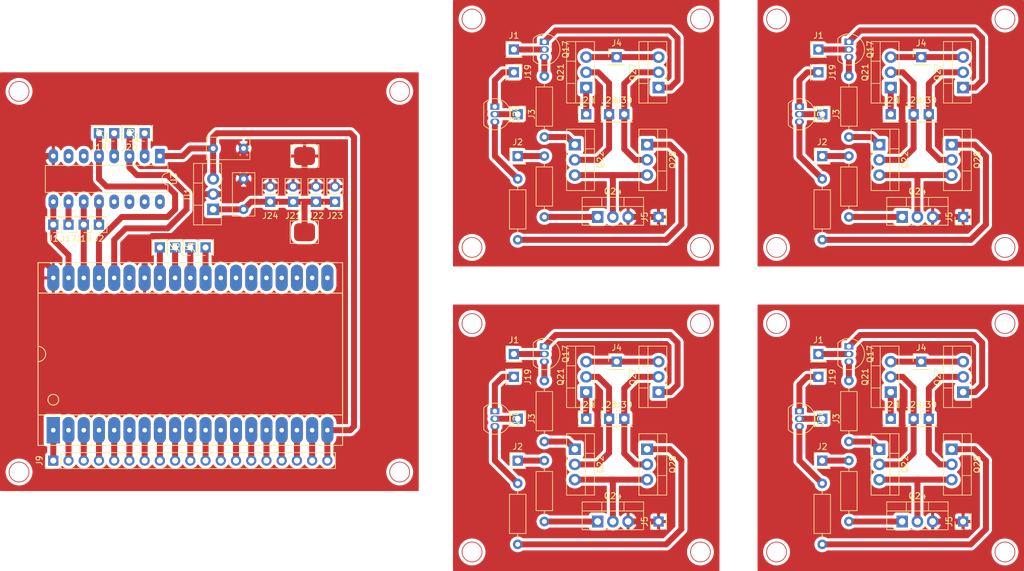
<source format=kicad_pcb>
(kicad_pcb (version 20171130) (host pcbnew "(5.1.0)-1")
  (layers (0 F.Cu signal) (31 B.Cu signal) (34 B.Paste user) (35 F.Paste user) (36 B.SilkS user) (37 F.SilkS user) (38 B.Mask user) (39 F.Mask user) (44 Edge.Cuts user))
  (net 0 "")
  (net 1 GND)
  (net 2 VCC)
  (net 3 "Net-(J1-Pad1)")
  (net 4 "Net-(J2-Pad1)")
  (net 5 "Net-(J3-Pad1)")
  (net 6 "Net-(J4-Pad1)")
  (net 7 "Net-(J5-Pad1)")
  (net 8 "Net-(J6-Pad1)")
  (net 9 "Net-(J7-Pad1)")
  (net 10 "Net-(J8-Pad1)")
  (net 11 "Net-(J17-Pad1)")
  (net 12 "Net-(J18-Pad1)")
  (net 13 "Net-(J19-Pad1)")
  (net 14 "Net-(J20-Pad1)")
  (net 15 "Net-(U2-Pad33)")
  (net 16 "Net-(U2-Pad27)")
  (net 17 "Net-(U2-Pad26)")
  (net 18 "Net-(U2-Pad25)")
  (net 19 "Net-(U2-Pad24)")
  (net 20 "Net-(U2-Pad23)")
  (net 21 "Net-(U2-Pad22)")
  (net 22 "Net-(U2-Pad21)")
  (net 23 "Net-(U2-Pad20)")
  (net 24 /19)
  (net 25 /18)
  (net 26 /17)
  (net 27 /16)
  (net 28 /15)
  (net 29 /14)
  (net 30 /13)
  (net 31 /12)
  (net 32 /11)
  (net 33 /10)
  (net 34 /9)
  (net 35 /7)
  (net 36 /6)
  (net 37 /5)
  (net 38 /4)
  (net 39 /3)
  (net 40 /2)
  (net 41 /1)
  (net 42 /8)
  (module Package_TO_SOT_THT:TO-220-3_Vertical (layer F.Cu) (at 173.99 97.79 90)
    (fp_text reference Q21 (at 2.54 -4.27 90) (layer F.SilkS))
    (fp_text value TIP127)
    (pad 1 thru_hole rect (at 0 0 90) (size 1.905 2) (drill 1.1) (layers *.Cu *.Mask))
    (pad 2 thru_hole oval (at 2.54 0 90) (size 1.905 2) (drill 1.1) (layers *.Cu *.Mask))
    (pad 3 thru_hole oval (at 5.08 0 90) (size 1.905 2) (drill 1.1) (layers *.Cu *.Mask))
  )
  (module Package_TO_SOT_THT:TO-220-3_Vertical (layer F.Cu) (at 186.055 97.79 90)
    (fp_text reference Q27 (at 2.54 -4.27 90) (layer F.SilkS))
    (fp_text value TIP127)
    (pad 1 thru_hole rect (at 0 0 90) (size 1.905 2) (drill 1.1) (layers *.Cu *.Mask))
    (pad 2 thru_hole oval (at 2.54 0 90) (size 1.905 2) (drill 1.1) (layers *.Cu *.Mask))
    (pad 3 thru_hole oval (at 5.08 0 90) (size 1.905 2) (drill 1.1) (layers *.Cu *.Mask))
  )
  (module Package_TO_SOT_THT:TO-92_Inline (layer F.Cu) (at 167.005 90.17 270)
    (fp_text reference Q17 (at 1.27 -3.56 270) (layer F.SilkS))
    (fp_text value BC547)
    (pad 2 thru_hole oval (at 1.27 0 270) (size 1.05 1.5) (drill 0.75) (layers *.Cu *.Mask))
    (pad 3 thru_hole oval (at 2.54 0 270) (size 1.05 1.5) (drill 0.75) (layers *.Cu *.Mask))
    (pad 1 thru_hole rect (at 0 0 270) (size 1.05 1.5) (drill 0.75) (layers *.Cu *.Mask))
  )
  (module Package_TO_SOT_THT:TO-92_Inline (layer F.Cu) (at 158.75 100.965 270)
    (fp_text reference Q20 (at 1.27 -3.56 270) (layer F.SilkS))
    (fp_text value BC547)
    (pad 2 thru_hole oval (at 1.27 0 270) (size 1.05 1.5) (drill 0.75) (layers *.Cu *.Mask))
    (pad 3 thru_hole oval (at 2.54 0 270) (size 1.05 1.5) (drill 0.75) (layers *.Cu *.Mask))
    (pad 1 thru_hole rect (at 0 0 270) (size 1.05 1.5) (drill 0.75) (layers *.Cu *.Mask))
  )
  (module Package_TO_SOT_THT:TO-220-3_Vertical (layer F.Cu) (at 172.085 107.315 270)
    (fp_text reference Q22 (at 2.54 -4.27 270) (layer F.SilkS))
    (fp_text value TIP120)
    (pad 1 thru_hole rect (at 0 0 270) (size 1.905 2) (drill 1.1) (layers *.Cu *.Mask))
    (pad 2 thru_hole oval (at 2.54 0 270) (size 1.905 2) (drill 1.1) (layers *.Cu *.Mask))
    (pad 3 thru_hole oval (at 5.08 0 270) (size 1.905 2) (drill 1.1) (layers *.Cu *.Mask))
  )
  (module Package_TO_SOT_THT:TO-220-3_Vertical (layer F.Cu) (at 175.895 119.38)
    (fp_text reference Q24 (at 2.54 -4.27) (layer F.SilkS))
    (fp_text value TIP120)
    (pad 1 thru_hole rect (at 0 0) (size 1.905 2) (drill 1.1) (layers *.Cu *.Mask))
    (pad 2 thru_hole oval (at 2.54 0) (size 1.905 2) (drill 1.1) (layers *.Cu *.Mask))
    (pad 3 thru_hole oval (at 5.08 0) (size 1.905 2) (drill 1.1) (layers *.Cu *.Mask))
  )
  (module "footprints otg:R_vandret" (layer F.Cu) (at 167.005 95.885 270)
    (fp_text reference R8 hide)
    (fp_text value R)
    (pad 1 thru_hole circle (at 0 0 270) (size 1.6 1.6) (drill 0.8) (layers *.Cu *.Mask))
    (pad 2 thru_hole oval (at 10.16 0 270) (size 1.6 1.6) (drill 0.8) (layers *.Cu *.Mask))
  )
  (module "footprints otg:R_vandret" (layer F.Cu) (at 167.005 109.22 270)
    (fp_text reference R12 hide)
    (fp_text value R)
    (pad 1 thru_hole circle (at 0 0 270) (size 1.6 1.6) (drill 0.8) (layers *.Cu *.Mask))
    (pad 2 thru_hole oval (at 10.16 0 270) (size 1.6 1.6) (drill 0.8) (layers *.Cu *.Mask))
  )
  (module Connector_PinHeader_2.54mm:PinHeader_1x01_P2.54mm_Vertical (layer F.Cu) (at 179.07 92.71)
    (fp_text reference J4 (at 0 -2.33) (layer F.SilkS))
    (fp_text value Conn_01x01_Male)
    (pad 1 thru_hole rect (at 0 0) (size 1.7 1.7) (drill 1) (layers *.Cu *.Mask))
  )
  (module Connector_PinHeader_2.54mm:PinHeader_1x01_P2.54mm_Vertical (layer F.Cu) (at 162.56 109.22)
    (fp_text reference J2 (at 0 -2.33) (layer F.SilkS))
    (fp_text value Conn_01x01_Male)
    (pad 1 thru_hole rect (at 0 0) (size 1.7 1.7) (drill 1) (layers *.Cu *.Mask))
  )
  (module Connector_PinHeader_2.54mm:PinHeader_1x01_P2.54mm_Vertical (layer F.Cu) (at 186.055 119.38 90)
    (fp_text reference J5 (at 0 -2.33 90) (layer F.SilkS))
    (fp_text value Conn_01x01_Male)
    (pad 1 thru_hole rect (at 0 0 90) (size 1.7 1.7) (drill 1) (layers *.Cu *.Mask))
  )
  (module Connector_PinHeader_2.54mm:PinHeader_1x01_P2.54mm_Vertical (layer F.Cu) (at 173.99 102.235)
    (fp_text reference J20 (at 0 -2.33) (layer F.SilkS))
    (fp_text value Conn_01x01_Male)
    (pad 1 thru_hole rect (at 0 0) (size 1.7 1.7) (drill 1) (layers *.Cu *.Mask))
  )
  (module Connector_PinHeader_2.54mm:PinHeader_1x01_P2.54mm_Vertical (layer F.Cu) (at 161.925 95.25 270)
    (fp_text reference J19 (at 0 -2.33 270) (layer F.SilkS))
    (fp_text value Conn_01x01_Male)
    (pad 1 thru_hole rect (at 0 0 270) (size 1.7 1.7) (drill 1) (layers *.Cu *.Mask))
  )
  (module Connector_PinHeader_2.54mm:PinHeader_1x01_P2.54mm_Vertical (layer F.Cu) (at 177.8 102.235)
    (fp_text reference J28 (at 0 -2.33) (layer F.SilkS))
    (fp_text value Conn_01x01_Male)
    (pad 1 thru_hole rect (at 0 0) (size 1.7 1.7) (drill 1) (layers *.Cu *.Mask))
  )
  (module Connector_PinHeader_2.54mm:PinHeader_1x01_P2.54mm_Vertical (layer F.Cu) (at 180.34 102.235)
    (fp_text reference J30 (at 0 -2.33) (layer F.SilkS))
    (fp_text value Conn_01x01_Male)
    (pad 1 thru_hole rect (at 0 0) (size 1.7 1.7) (drill 1) (layers *.Cu *.Mask))
  )
  (module "footprints otg:R_vandret" (layer F.Cu) (at 162.56 113.03 270)
    (fp_text reference R11 hide)
    (fp_text value R)
    (pad 1 thru_hole circle (at 0 0 270) (size 1.6 1.6) (drill 0.8) (layers *.Cu *.Mask))
    (pad 2 thru_hole oval (at 10.16 0 270) (size 1.6 1.6) (drill 0.8) (layers *.Cu *.Mask))
  )
  (module Connector_PinHeader_2.54mm:PinHeader_1x01_P2.54mm_Vertical (layer F.Cu) (at 161.925 91.44)
    (fp_text reference J1 (at 0 -2.33) (layer F.SilkS))
    (fp_text value Conn_01x01_Male)
    (pad 1 thru_hole rect (at 0 0) (size 1.7 1.7) (drill 1) (layers *.Cu *.Mask))
  )
  (module Connector_PinHeader_2.54mm:PinHeader_1x01_P2.54mm_Vertical (layer F.Cu) (at 162.56 102.235 270)
    (fp_text reference J3 (at 0 -2.33 270) (layer F.SilkS))
    (fp_text value Conn_01x01_Male)
    (pad 1 thru_hole rect (at 0 0 270) (size 1.7 1.7) (drill 1) (layers *.Cu *.Mask))
  )
  (module Package_TO_SOT_THT:TO-220-3_Vertical (layer F.Cu) (at 184.15 107.315 270)
    (fp_text reference Q28 (at 2.54 -4.27 270) (layer F.SilkS))
    (fp_text value TIP120)
    (pad 1 thru_hole rect (at 0 0 270) (size 1.905 2) (drill 1.1) (layers *.Cu *.Mask))
    (pad 2 thru_hole oval (at 2.54 0 270) (size 1.905 2) (drill 1.1) (layers *.Cu *.Mask))
    (pad 3 thru_hole oval (at 5.08 0 270) (size 1.905 2) (drill 1.1) (layers *.Cu *.Mask))
  )
  (module Package_TO_SOT_THT:TO-220-3_Vertical (layer F.Cu) (at 173.99 46.99 90)
    (fp_text reference Q21 (at 2.54 -4.27 90) (layer F.SilkS))
    (fp_text value TIP127)
    (pad 1 thru_hole rect (at 0 0 90) (size 1.905 2) (drill 1.1) (layers *.Cu *.Mask))
    (pad 2 thru_hole oval (at 2.54 0 90) (size 1.905 2) (drill 1.1) (layers *.Cu *.Mask))
    (pad 3 thru_hole oval (at 5.08 0 90) (size 1.905 2) (drill 1.1) (layers *.Cu *.Mask))
  )
  (module Package_TO_SOT_THT:TO-220-3_Vertical (layer F.Cu) (at 186.055 46.99 90)
    (fp_text reference Q27 (at 2.54 -4.27 90) (layer F.SilkS))
    (fp_text value TIP127)
    (pad 1 thru_hole rect (at 0 0 90) (size 1.905 2) (drill 1.1) (layers *.Cu *.Mask))
    (pad 2 thru_hole oval (at 2.54 0 90) (size 1.905 2) (drill 1.1) (layers *.Cu *.Mask))
    (pad 3 thru_hole oval (at 5.08 0 90) (size 1.905 2) (drill 1.1) (layers *.Cu *.Mask))
  )
  (module Package_TO_SOT_THT:TO-92_Inline (layer F.Cu) (at 167.005 39.37 270)
    (fp_text reference Q17 (at 1.27 -3.56 270) (layer F.SilkS))
    (fp_text value BC547)
    (pad 2 thru_hole oval (at 1.27 0 270) (size 1.05 1.5) (drill 0.75) (layers *.Cu *.Mask))
    (pad 3 thru_hole oval (at 2.54 0 270) (size 1.05 1.5) (drill 0.75) (layers *.Cu *.Mask))
    (pad 1 thru_hole rect (at 0 0 270) (size 1.05 1.5) (drill 0.75) (layers *.Cu *.Mask))
  )
  (module Package_TO_SOT_THT:TO-92_Inline (layer F.Cu) (at 158.75 50.165 270)
    (fp_text reference Q20 (at 1.27 -3.56 270) (layer F.SilkS))
    (fp_text value BC547)
    (pad 2 thru_hole oval (at 1.27 0 270) (size 1.05 1.5) (drill 0.75) (layers *.Cu *.Mask))
    (pad 3 thru_hole oval (at 2.54 0 270) (size 1.05 1.5) (drill 0.75) (layers *.Cu *.Mask))
    (pad 1 thru_hole rect (at 0 0 270) (size 1.05 1.5) (drill 0.75) (layers *.Cu *.Mask))
  )
  (module Package_TO_SOT_THT:TO-220-3_Vertical (layer F.Cu) (at 172.085 56.515 270)
    (fp_text reference Q22 (at 2.54 -4.27 270) (layer F.SilkS))
    (fp_text value TIP120)
    (pad 1 thru_hole rect (at 0 0 270) (size 1.905 2) (drill 1.1) (layers *.Cu *.Mask))
    (pad 2 thru_hole oval (at 2.54 0 270) (size 1.905 2) (drill 1.1) (layers *.Cu *.Mask))
    (pad 3 thru_hole oval (at 5.08 0 270) (size 1.905 2) (drill 1.1) (layers *.Cu *.Mask))
  )
  (module Package_TO_SOT_THT:TO-220-3_Vertical (layer F.Cu) (at 175.895 68.58)
    (fp_text reference Q24 (at 2.54 -4.27) (layer F.SilkS))
    (fp_text value TIP120)
    (pad 1 thru_hole rect (at 0 0) (size 1.905 2) (drill 1.1) (layers *.Cu *.Mask))
    (pad 2 thru_hole oval (at 2.54 0) (size 1.905 2) (drill 1.1) (layers *.Cu *.Mask))
    (pad 3 thru_hole oval (at 5.08 0) (size 1.905 2) (drill 1.1) (layers *.Cu *.Mask))
  )
  (module "footprints otg:R_vandret" (layer F.Cu) (at 167.005 45.085 270)
    (fp_text reference R8 hide)
    (fp_text value R)
    (pad 1 thru_hole circle (at 0 0 270) (size 1.6 1.6) (drill 0.8) (layers *.Cu *.Mask))
    (pad 2 thru_hole oval (at 10.16 0 270) (size 1.6 1.6) (drill 0.8) (layers *.Cu *.Mask))
  )
  (module "footprints otg:R_vandret" (layer F.Cu) (at 167.005 58.42 270)
    (fp_text reference R12 hide)
    (fp_text value R)
    (pad 1 thru_hole circle (at 0 0 270) (size 1.6 1.6) (drill 0.8) (layers *.Cu *.Mask))
    (pad 2 thru_hole oval (at 10.16 0 270) (size 1.6 1.6) (drill 0.8) (layers *.Cu *.Mask))
  )
  (module Connector_PinHeader_2.54mm:PinHeader_1x01_P2.54mm_Vertical (layer F.Cu) (at 179.07 41.91)
    (fp_text reference J4 (at 0 -2.33) (layer F.SilkS))
    (fp_text value Conn_01x01_Male)
    (pad 1 thru_hole rect (at 0 0) (size 1.7 1.7) (drill 1) (layers *.Cu *.Mask))
  )
  (module Connector_PinHeader_2.54mm:PinHeader_1x01_P2.54mm_Vertical (layer F.Cu) (at 162.56 58.42)
    (fp_text reference J2 (at 0 -2.33) (layer F.SilkS))
    (fp_text value Conn_01x01_Male)
    (pad 1 thru_hole rect (at 0 0) (size 1.7 1.7) (drill 1) (layers *.Cu *.Mask))
  )
  (module Connector_PinHeader_2.54mm:PinHeader_1x01_P2.54mm_Vertical (layer F.Cu) (at 186.055 68.58 90)
    (fp_text reference J5 (at 0 -2.33 90) (layer F.SilkS))
    (fp_text value Conn_01x01_Male)
    (pad 1 thru_hole rect (at 0 0 90) (size 1.7 1.7) (drill 1) (layers *.Cu *.Mask))
  )
  (module Connector_PinHeader_2.54mm:PinHeader_1x01_P2.54mm_Vertical (layer F.Cu) (at 173.99 51.435)
    (fp_text reference J20 (at 0 -2.33) (layer F.SilkS))
    (fp_text value Conn_01x01_Male)
    (pad 1 thru_hole rect (at 0 0) (size 1.7 1.7) (drill 1) (layers *.Cu *.Mask))
  )
  (module Connector_PinHeader_2.54mm:PinHeader_1x01_P2.54mm_Vertical (layer F.Cu) (at 161.925 44.45 270)
    (fp_text reference J19 (at 0 -2.33 270) (layer F.SilkS))
    (fp_text value Conn_01x01_Male)
    (pad 1 thru_hole rect (at 0 0 270) (size 1.7 1.7) (drill 1) (layers *.Cu *.Mask))
  )
  (module Connector_PinHeader_2.54mm:PinHeader_1x01_P2.54mm_Vertical (layer F.Cu) (at 177.8 51.435)
    (fp_text reference J28 (at 0 -2.33) (layer F.SilkS))
    (fp_text value Conn_01x01_Male)
    (pad 1 thru_hole rect (at 0 0) (size 1.7 1.7) (drill 1) (layers *.Cu *.Mask))
  )
  (module Connector_PinHeader_2.54mm:PinHeader_1x01_P2.54mm_Vertical (layer F.Cu) (at 180.34 51.435)
    (fp_text reference J30 (at 0 -2.33) (layer F.SilkS))
    (fp_text value Conn_01x01_Male)
    (pad 1 thru_hole rect (at 0 0) (size 1.7 1.7) (drill 1) (layers *.Cu *.Mask))
  )
  (module "footprints otg:R_vandret" (layer F.Cu) (at 162.56 62.23 270)
    (fp_text reference R11 hide)
    (fp_text value R)
    (pad 1 thru_hole circle (at 0 0 270) (size 1.6 1.6) (drill 0.8) (layers *.Cu *.Mask))
    (pad 2 thru_hole oval (at 10.16 0 270) (size 1.6 1.6) (drill 0.8) (layers *.Cu *.Mask))
  )
  (module Connector_PinHeader_2.54mm:PinHeader_1x01_P2.54mm_Vertical (layer F.Cu) (at 161.925 40.64)
    (fp_text reference J1 (at 0 -2.33) (layer F.SilkS))
    (fp_text value Conn_01x01_Male)
    (pad 1 thru_hole rect (at 0 0) (size 1.7 1.7) (drill 1) (layers *.Cu *.Mask))
  )
  (module Connector_PinHeader_2.54mm:PinHeader_1x01_P2.54mm_Vertical (layer F.Cu) (at 162.56 51.435 270)
    (fp_text reference J3 (at 0 -2.33 270) (layer F.SilkS))
    (fp_text value Conn_01x01_Male)
    (pad 1 thru_hole rect (at 0 0 270) (size 1.7 1.7) (drill 1) (layers *.Cu *.Mask))
  )
  (module Package_TO_SOT_THT:TO-220-3_Vertical (layer F.Cu) (at 184.15 56.515 270)
    (fp_text reference Q28 (at 2.54 -4.27 270) (layer F.SilkS))
    (fp_text value TIP120)
    (pad 1 thru_hole rect (at 0 0 270) (size 1.905 2) (drill 1.1) (layers *.Cu *.Mask))
    (pad 2 thru_hole oval (at 2.54 0 270) (size 1.905 2) (drill 1.1) (layers *.Cu *.Mask))
    (pad 3 thru_hole oval (at 5.08 0 270) (size 1.905 2) (drill 1.1) (layers *.Cu *.Mask))
  )
  (module Package_TO_SOT_THT:TO-220-3_Vertical (layer F.Cu) (at 123.19 97.79 90)
    (fp_text reference Q21 (at 2.54 -4.27 90) (layer F.SilkS))
    (fp_text value TIP127)
    (pad 1 thru_hole rect (at 0 0 90) (size 1.905 2) (drill 1.1) (layers *.Cu *.Mask))
    (pad 2 thru_hole oval (at 2.54 0 90) (size 1.905 2) (drill 1.1) (layers *.Cu *.Mask))
    (pad 3 thru_hole oval (at 5.08 0 90) (size 1.905 2) (drill 1.1) (layers *.Cu *.Mask))
  )
  (module Package_TO_SOT_THT:TO-220-3_Vertical (layer F.Cu) (at 135.255 97.79 90)
    (fp_text reference Q27 (at 2.54 -4.27 90) (layer F.SilkS))
    (fp_text value TIP127)
    (pad 1 thru_hole rect (at 0 0 90) (size 1.905 2) (drill 1.1) (layers *.Cu *.Mask))
    (pad 2 thru_hole oval (at 2.54 0 90) (size 1.905 2) (drill 1.1) (layers *.Cu *.Mask))
    (pad 3 thru_hole oval (at 5.08 0 90) (size 1.905 2) (drill 1.1) (layers *.Cu *.Mask))
  )
  (module Package_TO_SOT_THT:TO-92_Inline (layer F.Cu) (at 116.205 90.17 270)
    (fp_text reference Q17 (at 1.27 -3.56 270) (layer F.SilkS))
    (fp_text value BC547)
    (pad 2 thru_hole oval (at 1.27 0 270) (size 1.05 1.5) (drill 0.75) (layers *.Cu *.Mask))
    (pad 3 thru_hole oval (at 2.54 0 270) (size 1.05 1.5) (drill 0.75) (layers *.Cu *.Mask))
    (pad 1 thru_hole rect (at 0 0 270) (size 1.05 1.5) (drill 0.75) (layers *.Cu *.Mask))
  )
  (module Package_TO_SOT_THT:TO-92_Inline (layer F.Cu) (at 107.95 100.965 270)
    (fp_text reference Q20 (at 1.27 -3.56 270) (layer F.SilkS))
    (fp_text value BC547)
    (pad 2 thru_hole oval (at 1.27 0 270) (size 1.05 1.5) (drill 0.75) (layers *.Cu *.Mask))
    (pad 3 thru_hole oval (at 2.54 0 270) (size 1.05 1.5) (drill 0.75) (layers *.Cu *.Mask))
    (pad 1 thru_hole rect (at 0 0 270) (size 1.05 1.5) (drill 0.75) (layers *.Cu *.Mask))
  )
  (module Package_TO_SOT_THT:TO-220-3_Vertical (layer F.Cu) (at 121.285 107.315 270)
    (fp_text reference Q22 (at 2.54 -4.27 270) (layer F.SilkS))
    (fp_text value TIP120)
    (pad 1 thru_hole rect (at 0 0 270) (size 1.905 2) (drill 1.1) (layers *.Cu *.Mask))
    (pad 2 thru_hole oval (at 2.54 0 270) (size 1.905 2) (drill 1.1) (layers *.Cu *.Mask))
    (pad 3 thru_hole oval (at 5.08 0 270) (size 1.905 2) (drill 1.1) (layers *.Cu *.Mask))
  )
  (module Package_TO_SOT_THT:TO-220-3_Vertical (layer F.Cu) (at 125.095 119.38)
    (fp_text reference Q24 (at 2.54 -4.27) (layer F.SilkS))
    (fp_text value TIP120)
    (pad 1 thru_hole rect (at 0 0) (size 1.905 2) (drill 1.1) (layers *.Cu *.Mask))
    (pad 2 thru_hole oval (at 2.54 0) (size 1.905 2) (drill 1.1) (layers *.Cu *.Mask))
    (pad 3 thru_hole oval (at 5.08 0) (size 1.905 2) (drill 1.1) (layers *.Cu *.Mask))
  )
  (module "footprints otg:R_vandret" (layer F.Cu) (at 116.205 95.885 270)
    (fp_text reference R8 hide)
    (fp_text value R)
    (pad 1 thru_hole circle (at 0 0 270) (size 1.6 1.6) (drill 0.8) (layers *.Cu *.Mask))
    (pad 2 thru_hole oval (at 10.16 0 270) (size 1.6 1.6) (drill 0.8) (layers *.Cu *.Mask))
  )
  (module "footprints otg:R_vandret" (layer F.Cu) (at 116.205 109.22 270)
    (fp_text reference R12 hide)
    (fp_text value R)
    (pad 1 thru_hole circle (at 0 0 270) (size 1.6 1.6) (drill 0.8) (layers *.Cu *.Mask))
    (pad 2 thru_hole oval (at 10.16 0 270) (size 1.6 1.6) (drill 0.8) (layers *.Cu *.Mask))
  )
  (module Connector_PinHeader_2.54mm:PinHeader_1x01_P2.54mm_Vertical (layer F.Cu) (at 128.27 92.71)
    (fp_text reference J4 (at 0 -2.33) (layer F.SilkS))
    (fp_text value Conn_01x01_Male)
    (pad 1 thru_hole rect (at 0 0) (size 1.7 1.7) (drill 1) (layers *.Cu *.Mask))
  )
  (module Connector_PinHeader_2.54mm:PinHeader_1x01_P2.54mm_Vertical (layer F.Cu) (at 111.76 109.22)
    (fp_text reference J2 (at 0 -2.33) (layer F.SilkS))
    (fp_text value Conn_01x01_Male)
    (pad 1 thru_hole rect (at 0 0) (size 1.7 1.7) (drill 1) (layers *.Cu *.Mask))
  )
  (module Connector_PinHeader_2.54mm:PinHeader_1x01_P2.54mm_Vertical (layer F.Cu) (at 135.255 119.38 90)
    (fp_text reference J5 (at 0 -2.33 90) (layer F.SilkS))
    (fp_text value Conn_01x01_Male)
    (pad 1 thru_hole rect (at 0 0 90) (size 1.7 1.7) (drill 1) (layers *.Cu *.Mask))
  )
  (module Connector_PinHeader_2.54mm:PinHeader_1x01_P2.54mm_Vertical (layer F.Cu) (at 123.19 102.235)
    (fp_text reference J20 (at 0 -2.33) (layer F.SilkS))
    (fp_text value Conn_01x01_Male)
    (pad 1 thru_hole rect (at 0 0) (size 1.7 1.7) (drill 1) (layers *.Cu *.Mask))
  )
  (module Connector_PinHeader_2.54mm:PinHeader_1x01_P2.54mm_Vertical (layer F.Cu) (at 111.125 95.25 270)
    (fp_text reference J19 (at 0 -2.33 270) (layer F.SilkS))
    (fp_text value Conn_01x01_Male)
    (pad 1 thru_hole rect (at 0 0 270) (size 1.7 1.7) (drill 1) (layers *.Cu *.Mask))
  )
  (module Connector_PinHeader_2.54mm:PinHeader_1x01_P2.54mm_Vertical (layer F.Cu) (at 127 102.235)
    (fp_text reference J28 (at 0 -2.33) (layer F.SilkS))
    (fp_text value Conn_01x01_Male)
    (pad 1 thru_hole rect (at 0 0) (size 1.7 1.7) (drill 1) (layers *.Cu *.Mask))
  )
  (module Connector_PinHeader_2.54mm:PinHeader_1x01_P2.54mm_Vertical (layer F.Cu) (at 129.54 102.235)
    (fp_text reference J30 (at 0 -2.33) (layer F.SilkS))
    (fp_text value Conn_01x01_Male)
    (pad 1 thru_hole rect (at 0 0) (size 1.7 1.7) (drill 1) (layers *.Cu *.Mask))
  )
  (module "footprints otg:R_vandret" (layer F.Cu) (at 111.76 113.03 270)
    (fp_text reference R11 hide)
    (fp_text value R)
    (pad 1 thru_hole circle (at 0 0 270) (size 1.6 1.6) (drill 0.8) (layers *.Cu *.Mask))
    (pad 2 thru_hole oval (at 10.16 0 270) (size 1.6 1.6) (drill 0.8) (layers *.Cu *.Mask))
  )
  (module Connector_PinHeader_2.54mm:PinHeader_1x01_P2.54mm_Vertical (layer F.Cu) (at 111.125 91.44)
    (fp_text reference J1 (at 0 -2.33) (layer F.SilkS))
    (fp_text value Conn_01x01_Male)
    (pad 1 thru_hole rect (at 0 0) (size 1.7 1.7) (drill 1) (layers *.Cu *.Mask))
  )
  (module Connector_PinHeader_2.54mm:PinHeader_1x01_P2.54mm_Vertical (layer F.Cu) (at 111.76 102.235 270)
    (fp_text reference J3 (at 0 -2.33 270) (layer F.SilkS))
    (fp_text value Conn_01x01_Male)
    (pad 1 thru_hole rect (at 0 0 270) (size 1.7 1.7) (drill 1) (layers *.Cu *.Mask))
  )
  (module Package_TO_SOT_THT:TO-220-3_Vertical (layer F.Cu) (at 133.35 107.315 270)
    (fp_text reference Q28 (at 2.54 -4.27 270) (layer F.SilkS))
    (fp_text value TIP120)
    (pad 1 thru_hole rect (at 0 0 270) (size 1.905 2) (drill 1.1) (layers *.Cu *.Mask))
    (pad 2 thru_hole oval (at 2.54 0 270) (size 1.905 2) (drill 1.1) (layers *.Cu *.Mask))
    (pad 3 thru_hole oval (at 5.08 0 270) (size 1.905 2) (drill 1.1) (layers *.Cu *.Mask))
  )
  (module Package_TO_SOT_THT:TO-220-3_Vertical (layer F.Cu) (at 123.19 46.99 90)
    (fp_text reference Q21 (at 2.54 -4.27 90) (layer F.SilkS))
    (fp_text value TIP127)
    (pad 1 thru_hole rect (at 0 0 90) (size 1.905 2) (drill 1.1) (layers *.Cu *.Mask))
    (pad 2 thru_hole oval (at 2.54 0 90) (size 1.905 2) (drill 1.1) (layers *.Cu *.Mask))
    (pad 3 thru_hole oval (at 5.08 0 90) (size 1.905 2) (drill 1.1) (layers *.Cu *.Mask))
  )
  (module Package_TO_SOT_THT:TO-220-3_Vertical (layer F.Cu) (at 135.255 46.99 90)
    (fp_text reference Q27 (at 2.54 -4.27 90) (layer F.SilkS))
    (fp_text value TIP127)
    (pad 1 thru_hole rect (at 0 0 90) (size 1.905 2) (drill 1.1) (layers *.Cu *.Mask))
    (pad 2 thru_hole oval (at 2.54 0 90) (size 1.905 2) (drill 1.1) (layers *.Cu *.Mask))
    (pad 3 thru_hole oval (at 5.08 0 90) (size 1.905 2) (drill 1.1) (layers *.Cu *.Mask))
  )
  (module Package_TO_SOT_THT:TO-92_Inline (layer F.Cu) (at 116.205 39.37 270)
    (fp_text reference Q17 (at 1.27 -3.56 270) (layer F.SilkS))
    (fp_text value BC547)
    (pad 2 thru_hole oval (at 1.27 0 270) (size 1.05 1.5) (drill 0.75) (layers *.Cu *.Mask))
    (pad 3 thru_hole oval (at 2.54 0 270) (size 1.05 1.5) (drill 0.75) (layers *.Cu *.Mask))
    (pad 1 thru_hole rect (at 0 0 270) (size 1.05 1.5) (drill 0.75) (layers *.Cu *.Mask))
  )
  (module Package_TO_SOT_THT:TO-92_Inline (layer F.Cu) (at 107.95 50.165 270)
    (fp_text reference Q20 (at 1.27 -3.56 270) (layer F.SilkS))
    (fp_text value BC547)
    (pad 2 thru_hole oval (at 1.27 0 270) (size 1.05 1.5) (drill 0.75) (layers *.Cu *.Mask))
    (pad 3 thru_hole oval (at 2.54 0 270) (size 1.05 1.5) (drill 0.75) (layers *.Cu *.Mask))
    (pad 1 thru_hole rect (at 0 0 270) (size 1.05 1.5) (drill 0.75) (layers *.Cu *.Mask))
  )
  (module Package_TO_SOT_THT:TO-220-3_Vertical (layer F.Cu) (at 121.285 56.515 270)
    (fp_text reference Q22 (at 2.54 -4.27 270) (layer F.SilkS))
    (fp_text value TIP120)
    (pad 1 thru_hole rect (at 0 0 270) (size 1.905 2) (drill 1.1) (layers *.Cu *.Mask))
    (pad 2 thru_hole oval (at 2.54 0 270) (size 1.905 2) (drill 1.1) (layers *.Cu *.Mask))
    (pad 3 thru_hole oval (at 5.08 0 270) (size 1.905 2) (drill 1.1) (layers *.Cu *.Mask))
  )
  (module Package_TO_SOT_THT:TO-220-3_Vertical (layer F.Cu) (at 125.095 68.58)
    (fp_text reference Q24 (at 2.54 -4.27) (layer F.SilkS))
    (fp_text value TIP120)
    (pad 1 thru_hole rect (at 0 0) (size 1.905 2) (drill 1.1) (layers *.Cu *.Mask))
    (pad 2 thru_hole oval (at 2.54 0) (size 1.905 2) (drill 1.1) (layers *.Cu *.Mask))
    (pad 3 thru_hole oval (at 5.08 0) (size 1.905 2) (drill 1.1) (layers *.Cu *.Mask))
  )
  (module "footprints otg:R_vandret" (layer F.Cu) (at 116.205 45.085 270)
    (fp_text reference R8 hide)
    (fp_text value R)
    (pad 1 thru_hole circle (at 0 0 270) (size 1.6 1.6) (drill 0.8) (layers *.Cu *.Mask))
    (pad 2 thru_hole oval (at 10.16 0 270) (size 1.6 1.6) (drill 0.8) (layers *.Cu *.Mask))
  )
  (module "footprints otg:R_vandret" (layer F.Cu) (at 116.205 58.42 270)
    (fp_text reference R12 hide)
    (fp_text value R)
    (pad 1 thru_hole circle (at 0 0 270) (size 1.6 1.6) (drill 0.8) (layers *.Cu *.Mask))
    (pad 2 thru_hole oval (at 10.16 0 270) (size 1.6 1.6) (drill 0.8) (layers *.Cu *.Mask))
  )
  (module Connector_PinHeader_2.54mm:PinHeader_1x01_P2.54mm_Vertical (layer F.Cu) (at 128.27 41.91)
    (fp_text reference J4 (at 0 -2.33) (layer F.SilkS))
    (fp_text value Conn_01x01_Male)
    (pad 1 thru_hole rect (at 0 0) (size 1.7 1.7) (drill 1) (layers *.Cu *.Mask))
  )
  (module Connector_PinHeader_2.54mm:PinHeader_1x01_P2.54mm_Vertical (layer F.Cu) (at 111.76 58.42)
    (fp_text reference J2 (at 0 -2.33) (layer F.SilkS))
    (fp_text value Conn_01x01_Male)
    (pad 1 thru_hole rect (at 0 0) (size 1.7 1.7) (drill 1) (layers *.Cu *.Mask))
  )
  (module Connector_PinHeader_2.54mm:PinHeader_1x01_P2.54mm_Vertical (layer F.Cu) (at 135.255 68.58 90)
    (fp_text reference J5 (at 0 -2.33 90) (layer F.SilkS))
    (fp_text value Conn_01x01_Male)
    (pad 1 thru_hole rect (at 0 0 90) (size 1.7 1.7) (drill 1) (layers *.Cu *.Mask))
  )
  (module Connector_PinHeader_2.54mm:PinHeader_1x01_P2.54mm_Vertical (layer F.Cu) (at 123.19 51.435)
    (fp_text reference J20 (at 0 -2.33) (layer F.SilkS))
    (fp_text value Conn_01x01_Male)
    (pad 1 thru_hole rect (at 0 0) (size 1.7 1.7) (drill 1) (layers *.Cu *.Mask))
  )
  (module Connector_PinHeader_2.54mm:PinHeader_1x01_P2.54mm_Vertical (layer F.Cu) (at 111.125 44.45 270)
    (fp_text reference J19 (at 0 -2.33 270) (layer F.SilkS))
    (fp_text value Conn_01x01_Male)
    (pad 1 thru_hole rect (at 0 0 270) (size 1.7 1.7) (drill 1) (layers *.Cu *.Mask))
  )
  (module Connector_PinHeader_2.54mm:PinHeader_1x01_P2.54mm_Vertical (layer F.Cu) (at 127 51.435)
    (fp_text reference J28 (at 0 -2.33) (layer F.SilkS))
    (fp_text value Conn_01x01_Male)
    (pad 1 thru_hole rect (at 0 0) (size 1.7 1.7) (drill 1) (layers *.Cu *.Mask))
  )
  (module Connector_PinHeader_2.54mm:PinHeader_1x01_P2.54mm_Vertical (layer F.Cu) (at 129.54 51.435)
    (fp_text reference J30 (at 0 -2.33) (layer F.SilkS))
    (fp_text value Conn_01x01_Male)
    (pad 1 thru_hole rect (at 0 0) (size 1.7 1.7) (drill 1) (layers *.Cu *.Mask))
  )
  (module "footprints otg:R_vandret" (layer F.Cu) (at 111.76 62.23 270)
    (fp_text reference R11 hide)
    (fp_text value R)
    (pad 1 thru_hole circle (at 0 0 270) (size 1.6 1.6) (drill 0.8) (layers *.Cu *.Mask))
    (pad 2 thru_hole oval (at 10.16 0 270) (size 1.6 1.6) (drill 0.8) (layers *.Cu *.Mask))
  )
  (module Connector_PinHeader_2.54mm:PinHeader_1x01_P2.54mm_Vertical (layer F.Cu) (at 111.125 40.64)
    (fp_text reference J1 (at 0 -2.33) (layer F.SilkS))
    (fp_text value Conn_01x01_Male)
    (pad 1 thru_hole rect (at 0 0) (size 1.7 1.7) (drill 1) (layers *.Cu *.Mask))
  )
  (module Connector_PinHeader_2.54mm:PinHeader_1x01_P2.54mm_Vertical (layer F.Cu) (at 111.76 51.435 270)
    (fp_text reference J3 (at 0 -2.33 270) (layer F.SilkS))
    (fp_text value Conn_01x01_Male)
    (pad 1 thru_hole rect (at 0 0 270) (size 1.7 1.7) (drill 1) (layers *.Cu *.Mask))
  )
  (module Package_TO_SOT_THT:TO-220-3_Vertical (layer F.Cu) (at 133.35 56.515 270)
    (fp_text reference Q28 (at 2.54 -4.27 270) (layer F.SilkS))
    (fp_text value TIP120)
    (pad 1 thru_hole rect (at 0 0 270) (size 1.905 2) (drill 1.1) (layers *.Cu *.Mask))
    (pad 2 thru_hole oval (at 2.54 0 270) (size 1.905 2) (drill 1.1) (layers *.Cu *.Mask))
    (pad 3 thru_hole oval (at 5.08 0 270) (size 1.905 2) (drill 1.1) (layers *.Cu *.Mask))
  )
  (module "Custom footprints:Power_wire_pad" (layer F.Cu) (at 76.2 71.12)
    (fp_text reference J34 hide)
    (fp_text value Conn_01x01)
    (pad 1 smd roundrect (at 0 0) (size 3.5 3) (layers F.Cu F.Paste F.Mask) (net 2 VCC))
  )
  (module Connector_PinHeader_2.54mm:PinHeader_1x02_P2.54mm_Vertical (layer F.Cu) (at 70.485 66.04 180)
    (fp_text reference J24 (at 0 -2.33 180) (layer F.SilkS))
    (fp_text value Conn_01x02)
    (pad 2 thru_hole oval (at 0 2.54 180) (size 1.7 1.7) (drill 1) (layers *.Cu *.Mask) (net 1 GND))
    (pad 1 thru_hole rect (at 0 0 180) (size 1.7 1.7) (drill 1) (layers *.Cu *.Mask) (net 2 VCC))
  )
  (module Connector_PinHeader_2.54mm:PinHeader_1x02_P2.54mm_Vertical (layer F.Cu) (at 81.28 66.04 180)
    (fp_text reference J23 (at 0 -2.33 180) (layer F.SilkS))
    (fp_text value Conn_01x02)
    (pad 2 thru_hole oval (at 0 2.54 180) (size 1.7 1.7) (drill 1) (layers *.Cu *.Mask) (net 1 GND))
    (pad 1 thru_hole rect (at 0 0 180) (size 1.7 1.7) (drill 1) (layers *.Cu *.Mask) (net 2 VCC))
  )
  (module Connector_PinHeader_2.54mm:PinHeader_1x02_P2.54mm_Vertical (layer F.Cu) (at 78.105 66.04 180)
    (fp_text reference J22 (at 0 -2.33 180) (layer F.SilkS))
    (fp_text value Conn_01x02)
    (pad 2 thru_hole oval (at 0 2.54 180) (size 1.7 1.7) (drill 1) (layers *.Cu *.Mask) (net 1 GND))
    (pad 1 thru_hole rect (at 0 0 180) (size 1.7 1.7) (drill 1) (layers *.Cu *.Mask) (net 2 VCC))
  )
  (module Connector_PinHeader_2.54mm:PinHeader_1x02_P2.54mm_Vertical (layer F.Cu) (at 74.295 66.04 180)
    (fp_text reference J21 (at 0 -2.33 180) (layer F.SilkS))
    (fp_text value Conn_01x02)
    (pad 2 thru_hole oval (at 0 2.54 180) (size 1.7 1.7) (drill 1) (layers *.Cu *.Mask) (net 1 GND))
    (pad 1 thru_hole rect (at 0 0 180) (size 1.7 1.7) (drill 1) (layers *.Cu *.Mask) (net 2 VCC))
  )
  (module Connector_PinHeader_2.54mm:PinHeader_1x01_P2.54mm_Vertical (layer F.Cu) (at 46.99 54.61 180)
    (fp_text reference J20 (at 0 -2.33 180) (layer F.SilkS))
    (fp_text value Conn_01x01)
    (pad 1 thru_hole rect (at 0 0 180) (size 1.7 1.7) (drill 1) (layers *.Cu *.Mask) (net 14 "Net-(J20-Pad1)"))
  )
  (module Connector_PinHeader_2.54mm:PinHeader_1x01_P2.54mm_Vertical (layer F.Cu) (at 41.91 54.61 180)
    (fp_text reference J19 (at 0 -2.33 180) (layer F.SilkS))
    (fp_text value Conn_01x01)
    (pad 1 thru_hole rect (at 0 0 180) (size 1.7 1.7) (drill 1) (layers *.Cu *.Mask) (net 13 "Net-(J19-Pad1)"))
  )
  (module Connector_PinHeader_2.54mm:PinHeader_1x01_P2.54mm_Vertical (layer F.Cu) (at 39.37 69.85 180)
    (fp_text reference J18 (at 0 -2.33 180) (layer F.SilkS))
    (fp_text value Conn_01x01)
    (pad 1 thru_hole rect (at 0 0 180) (size 1.7 1.7) (drill 1) (layers *.Cu *.Mask) (net 12 "Net-(J18-Pad1)"))
  )
  (module Connector_PinHeader_2.54mm:PinHeader_1x01_P2.54mm_Vertical (layer F.Cu) (at 36.83 69.85 180)
    (fp_text reference J17 (at 0 -2.33 180) (layer F.SilkS))
    (fp_text value Conn_01x01)
    (pad 1 thru_hole rect (at 0 0 180) (size 1.7 1.7) (drill 1) (layers *.Cu *.Mask) (net 11 "Net-(J17-Pad1)"))
  )
  (module Connector_PinHeader_2.54mm:PinHeader_1x19_P2.54mm_Vertical (layer F.Cu) (at 34.29 109.22 90)
    (fp_text reference J9 (at 0 -2.33 90) (layer F.SilkS))
    (fp_text value Conn_01x19)
    (pad 19 thru_hole oval (at 0 45.72 90) (size 1.7 1.7) (drill 1) (layers *.Cu *.Mask) (net 24 /19))
    (pad 18 thru_hole oval (at 0 43.18 90) (size 1.7 1.7) (drill 1) (layers *.Cu *.Mask) (net 25 /18))
    (pad 17 thru_hole oval (at 0 40.64 90) (size 1.7 1.7) (drill 1) (layers *.Cu *.Mask) (net 26 /17))
    (pad 16 thru_hole oval (at 0 38.1 90) (size 1.7 1.7) (drill 1) (layers *.Cu *.Mask) (net 27 /16))
    (pad 15 thru_hole oval (at 0 35.56 90) (size 1.7 1.7) (drill 1) (layers *.Cu *.Mask) (net 28 /15))
    (pad 14 thru_hole oval (at 0 33.02 90) (size 1.7 1.7) (drill 1) (layers *.Cu *.Mask) (net 29 /14))
    (pad 13 thru_hole oval (at 0 30.48 90) (size 1.7 1.7) (drill 1) (layers *.Cu *.Mask) (net 30 /13))
    (pad 12 thru_hole oval (at 0 27.94 90) (size 1.7 1.7) (drill 1) (layers *.Cu *.Mask) (net 31 /12))
    (pad 11 thru_hole oval (at 0 25.4 90) (size 1.7 1.7) (drill 1) (layers *.Cu *.Mask) (net 32 /11))
    (pad 10 thru_hole oval (at 0 22.86 90) (size 1.7 1.7) (drill 1) (layers *.Cu *.Mask) (net 33 /10))
    (pad 9 thru_hole oval (at 0 20.32 90) (size 1.7 1.7) (drill 1) (layers *.Cu *.Mask) (net 34 /9))
    (pad 8 thru_hole oval (at 0 17.78 90) (size 1.7 1.7) (drill 1) (layers *.Cu *.Mask) (net 42 /8))
    (pad 7 thru_hole oval (at 0 15.24 90) (size 1.7 1.7) (drill 1) (layers *.Cu *.Mask) (net 35 /7))
    (pad 6 thru_hole oval (at 0 12.7 90) (size 1.7 1.7) (drill 1) (layers *.Cu *.Mask) (net 36 /6))
    (pad 5 thru_hole oval (at 0 10.16 90) (size 1.7 1.7) (drill 1) (layers *.Cu *.Mask) (net 37 /5))
    (pad 4 thru_hole oval (at 0 7.62 90) (size 1.7 1.7) (drill 1) (layers *.Cu *.Mask) (net 38 /4))
    (pad 3 thru_hole oval (at 0 5.08 90) (size 1.7 1.7) (drill 1) (layers *.Cu *.Mask) (net 39 /3))
    (pad 2 thru_hole oval (at 0 2.54 90) (size 1.7 1.7) (drill 1) (layers *.Cu *.Mask) (net 40 /2))
    (pad 1 thru_hole rect (at 0 0 90) (size 1.7 1.7) (drill 1) (layers *.Cu *.Mask) (net 41 /1))
  )
  (module Connector_PinHeader_2.54mm:PinHeader_1x01_P2.54mm_Vertical (layer F.Cu) (at 49.53 54.61 90)
    (fp_text reference J8 (at 0 -2.33 90) (layer F.SilkS))
    (fp_text value Conn_01x01)
    (pad 1 thru_hole rect (at 0 0 90) (size 1.7 1.7) (drill 1) (layers *.Cu *.Mask) (net 10 "Net-(J8-Pad1)"))
  )
  (module Connector_PinHeader_2.54mm:PinHeader_1x01_P2.54mm_Vertical (layer F.Cu) (at 44.45 54.61 90)
    (fp_text reference J7 (at 0 -2.33 90) (layer F.SilkS))
    (fp_text value Conn_01x01)
    (pad 1 thru_hole rect (at 0 0 90) (size 1.7 1.7) (drill 1) (layers *.Cu *.Mask) (net 9 "Net-(J7-Pad1)"))
  )
  (module Connector_PinHeader_2.54mm:PinHeader_1x01_P2.54mm_Vertical (layer F.Cu) (at 52.07 73.66 270)
    (fp_text reference J6 (at 0 -2.33 270) (layer F.SilkS))
    (fp_text value Conn_01x01)
    (pad 1 thru_hole rect (at 0 0 270) (size 1.7 1.7) (drill 1) (layers *.Cu *.Mask) (net 8 "Net-(J6-Pad1)"))
  )
  (module Connector_PinHeader_2.54mm:PinHeader_1x01_P2.54mm_Vertical (layer F.Cu) (at 54.61 73.66 270)
    (fp_text reference J5 (at 0 -2.33 270) (layer F.SilkS))
    (fp_text value Conn_01x01)
    (pad 1 thru_hole rect (at 0 0 270) (size 1.7 1.7) (drill 1) (layers *.Cu *.Mask) (net 7 "Net-(J5-Pad1)"))
  )
  (module Connector_PinHeader_2.54mm:PinHeader_1x01_P2.54mm_Vertical (layer F.Cu) (at 59.69 73.66 90)
    (fp_text reference J4 (at 0 -2.33 90) (layer F.SilkS))
    (fp_text value Conn_01x01)
    (pad 1 thru_hole rect (at 0 0 90) (size 1.7 1.7) (drill 1) (layers *.Cu *.Mask) (net 6 "Net-(J4-Pad1)"))
  )
  (module Connector_PinHeader_2.54mm:PinHeader_1x01_P2.54mm_Vertical (layer F.Cu) (at 57.15 73.66 90)
    (fp_text reference J3 (at 0 -2.33 90) (layer F.SilkS))
    (fp_text value Conn_01x01)
    (pad 1 thru_hole rect (at 0 0 90) (size 1.7 1.7) (drill 1) (layers *.Cu *.Mask) (net 5 "Net-(J3-Pad1)"))
  )
  (module Connector_PinHeader_2.54mm:PinHeader_1x01_P2.54mm_Vertical (layer F.Cu) (at 41.91 69.85 180)
    (fp_text reference J2 (at 0 -2.33 180) (layer F.SilkS))
    (fp_text value Conn_01x01)
    (pad 1 thru_hole rect (at 0 0 180) (size 1.7 1.7) (drill 1) (layers *.Cu *.Mask) (net 4 "Net-(J2-Pad1)"))
  )
  (module Connector_PinHeader_2.54mm:PinHeader_1x01_P2.54mm_Vertical (layer F.Cu) (at 34.29 69.85 180)
    (fp_text reference J1 (at 0 -2.33 180) (layer F.SilkS))
    (fp_text value Conn_01x01)
    (pad 1 thru_hole rect (at 0 0 180) (size 1.7 1.7) (drill 1) (layers *.Cu *.Mask) (net 3 "Net-(J1-Pad1)"))
  )
  (module Package_DIP:DIP-16_W7.62mm_LongPads (layer F.Cu) (at 52.07 58.42 270)
    (fp_text reference U3 (at 3.81 -2.33 270) (layer F.SilkS))
    (fp_text value 4049)
    (pad 16 thru_hole oval (at 7.62 0 270) (size 2.4 1.6) (drill 0.8) (layers *.Cu *.Mask))
    (pad 8 thru_hole oval (at 0 17.78 270) (size 2.4 1.6) (drill 0.8) (layers *.Cu *.Mask) (net 1 GND))
    (pad 15 thru_hole oval (at 7.62 2.54 270) (size 2.4 1.6) (drill 0.8) (layers *.Cu *.Mask))
    (pad 7 thru_hole oval (at 0 15.24 270) (size 2.4 1.6) (drill 0.8) (layers *.Cu *.Mask))
    (pad 14 thru_hole oval (at 7.62 5.08 270) (size 2.4 1.6) (drill 0.8) (layers *.Cu *.Mask))
    (pad 6 thru_hole oval (at 0 12.7 270) (size 2.4 1.6) (drill 0.8) (layers *.Cu *.Mask))
    (pad 13 thru_hole oval (at 7.62 7.62 270) (size 2.4 1.6) (drill 0.8) (layers *.Cu *.Mask))
    (pad 5 thru_hole oval (at 0 10.16 270) (size 2.4 1.6) (drill 0.8) (layers *.Cu *.Mask) (net 13 "Net-(J19-Pad1)"))
    (pad 12 thru_hole oval (at 7.62 10.16 270) (size 2.4 1.6) (drill 0.8) (layers *.Cu *.Mask) (net 4 "Net-(J2-Pad1)"))
    (pad 4 thru_hole oval (at 0 7.62 270) (size 2.4 1.6) (drill 0.8) (layers *.Cu *.Mask) (net 9 "Net-(J7-Pad1)"))
    (pad 11 thru_hole oval (at 7.62 12.7 270) (size 2.4 1.6) (drill 0.8) (layers *.Cu *.Mask) (net 12 "Net-(J18-Pad1)"))
    (pad 3 thru_hole oval (at 0 5.08 270) (size 2.4 1.6) (drill 0.8) (layers *.Cu *.Mask) (net 14 "Net-(J20-Pad1)"))
    (pad 10 thru_hole oval (at 7.62 15.24 270) (size 2.4 1.6) (drill 0.8) (layers *.Cu *.Mask) (net 11 "Net-(J17-Pad1)"))
    (pad 2 thru_hole oval (at 0 2.54 270) (size 2.4 1.6) (drill 0.8) (layers *.Cu *.Mask) (net 10 "Net-(J8-Pad1)"))
    (pad 9 thru_hole oval (at 7.62 17.78 270) (size 2.4 1.6) (drill 0.8) (layers *.Cu *.Mask) (net 3 "Net-(J1-Pad1)"))
    (pad 1 thru_hole rect (at 0 0 270) (size 2.4 1.6) (drill 0.8) (layers *.Cu *.Mask) (net 24 /19))
  )
  (module "Custom footprints:C_6.00mm" (layer F.Cu) (at 66.04 67.31 90)
    (fp_text reference C1 hide)
    (fp_text value C)
    (pad 2 thru_hole circle (at 5.08 0 90) (size 1.6 1.6) (drill 0.8) (layers *.Cu *.Mask) (net 1 GND))
    (pad 1 thru_hole circle (at 0 0 90) (size 1.6 1.6) (drill 0.8) (layers *.Cu *.Mask) (net 2 VCC))
  )
  (module "Custom footprints:C_6.00mm" (layer F.Cu) (at 60.96 57.15)
    (fp_text reference C2 hide)
    (fp_text value C)
    (pad 2 thru_hole circle (at 5.08 0) (size 1.6 1.6) (drill 0.8) (layers *.Cu *.Mask) (net 1 GND))
    (pad 1 thru_hole circle (at 0 0) (size 1.6 1.6) (drill 0.8) (layers *.Cu *.Mask) (net 24 /19))
  )
  (module "Custom footprints:Power_wire_pad" (layer F.Cu) (at 76.2 58.42 180)
    (fp_text reference J33 hide)
    (fp_text value Conn_01x01)
    (pad 1 smd roundrect (at 0 0 180) (size 3.5 3) (layers F.Cu F.Paste F.Mask) (net 1 GND))
  )
  (module "footprints otg:ESP32_mcu" (layer F.Cu) (at 54.61 91.44)
    (fp_text reference U2 hide)
    (fp_text value esp32)
    (pad 38 thru_hole oval (at -20.32 -12.7 90) (size 4.4 2) (drill 0.762) (layers *.Cu *.Mask) (net 1 GND))
    (pad 37 thru_hole oval (at -17.78 -12.7 90) (size 4.4 2) (drill 0.762) (layers *.Cu *.Mask) (net 3 "Net-(J1-Pad1)"))
    (pad 36 thru_hole oval (at -15.24 -12.7 90) (size 4.4 2) (drill 0.762) (layers *.Cu *.Mask) (net 12 "Net-(J18-Pad1)"))
    (pad 35 thru_hole oval (at -12.7 -12.7 90) (size 4.4 2) (drill 0.762) (layers *.Cu *.Mask) (net 13 "Net-(J19-Pad1)"))
    (pad 34 thru_hole oval (at -10.16 -12.7 90) (size 4.4 2) (drill 0.762) (layers *.Cu *.Mask) (net 14 "Net-(J20-Pad1)"))
    (pad 33 thru_hole oval (at -7.62 -12.7 90) (size 4.4 2) (drill 0.762) (layers *.Cu *.Mask) (net 15 "Net-(U2-Pad33)"))
    (pad 32 thru_hole oval (at -5.08 -12.7 90) (size 4.4 2) (drill 0.762) (layers *.Cu *.Mask) (net 1 GND))
    (pad 31 thru_hole oval (at -2.54 -12.7 90) (size 4.4 2) (drill 0.762) (layers *.Cu *.Mask) (net 8 "Net-(J6-Pad1)"))
    (pad 30 thru_hole oval (at 0 -12.7 90) (size 4.4 2) (drill 0.762) (layers *.Cu *.Mask) (net 7 "Net-(J5-Pad1)"))
    (pad 29 thru_hole oval (at 2.54 -12.7 90) (size 4.4 2) (drill 0.762) (layers *.Cu *.Mask) (net 5 "Net-(J3-Pad1)"))
    (pad 28 thru_hole oval (at 5.08 -12.7 90) (size 4.4 2) (drill 0.762) (layers *.Cu *.Mask) (net 6 "Net-(J4-Pad1)"))
    (pad 27 thru_hole oval (at 7.62 -12.7 90) (size 4.4 2) (drill 0.762) (layers *.Cu *.Mask) (net 16 "Net-(U2-Pad27)"))
    (pad 26 thru_hole oval (at 10.16 -12.7 90) (size 4.4 2) (drill 0.762) (layers *.Cu *.Mask) (net 17 "Net-(U2-Pad26)"))
    (pad 25 thru_hole oval (at 12.7 -12.7 90) (size 4.4 2) (drill 0.762) (layers *.Cu *.Mask) (net 18 "Net-(U2-Pad25)"))
    (pad 24 thru_hole oval (at 15.24 -12.7 90) (size 4.4 2) (drill 0.762) (layers *.Cu *.Mask) (net 19 "Net-(U2-Pad24)"))
    (pad 23 thru_hole oval (at 17.78 -12.7 90) (size 4.4 2) (drill 0.762) (layers *.Cu *.Mask) (net 20 "Net-(U2-Pad23)"))
    (pad 22 thru_hole oval (at 20.32 -12.7 90) (size 4.4 2) (drill 0.762) (layers *.Cu *.Mask) (net 21 "Net-(U2-Pad22)"))
    (pad 21 thru_hole oval (at 22.86 -12.7 90) (size 4.4 2) (drill 0.762) (layers *.Cu *.Mask) (net 22 "Net-(U2-Pad21)"))
    (pad 20 thru_hole oval (at 25.4 -12.7 90) (size 4.4 2) (drill 0.762) (layers *.Cu *.Mask) (net 23 "Net-(U2-Pad20)"))
    (pad 19 thru_hole oval (at 25.4 12.7 90) (size 4.4 2) (drill 0.762) (layers *.Cu *.Mask) (net 24 /19))
    (pad 18 thru_hole oval (at 22.86 12.7 90) (size 4.4 2) (drill 0.762) (layers *.Cu *.Mask) (net 25 /18))
    (pad 17 thru_hole oval (at 20.32 12.7 90) (size 4.4 2) (drill 0.762) (layers *.Cu *.Mask) (net 26 /17))
    (pad 16 thru_hole oval (at 17.78 12.7 90) (size 4.4 2) (drill 0.762) (layers *.Cu *.Mask) (net 27 /16))
    (pad 15 thru_hole oval (at 15.24 12.7 90) (size 4.4 2) (drill 0.762) (layers *.Cu *.Mask) (net 28 /15))
    (pad 14 thru_hole oval (at 12.7 12.7 90) (size 4.4 2) (drill 0.762) (layers *.Cu *.Mask) (net 29 /14))
    (pad 13 thru_hole oval (at 10.16 12.7 90) (size 4.4 2) (drill 0.762) (layers *.Cu *.Mask) (net 30 /13))
    (pad 12 thru_hole oval (at 7.62 12.7 90) (size 4.4 2) (drill 0.762) (layers *.Cu *.Mask) (net 31 /12))
    (pad 11 thru_hole oval (at 5.08 12.7 90) (size 4.4 2) (drill 0.762) (layers *.Cu *.Mask) (net 32 /11))
    (pad 10 thru_hole oval (at 2.54 12.7 90) (size 4.4 2) (drill 0.762) (layers *.Cu *.Mask) (net 33 /10))
    (pad 9 thru_hole oval (at 0 12.7 90) (size 4.4 2) (drill 0.762) (layers *.Cu *.Mask) (net 34 /9))
    (pad 8 thru_hole oval (at -2.54 12.7 90) (size 4.4 2) (drill 0.762) (layers *.Cu *.Mask) (net 42 /8))
    (pad 7 thru_hole oval (at -5.08 12.7 90) (size 4.4 2) (drill 0.762) (layers *.Cu *.Mask) (net 35 /7))
    (pad 6 thru_hole oval (at -7.62 12.7 90) (size 4.4 2) (drill 0.762) (layers *.Cu *.Mask) (net 36 /6))
    (pad 5 thru_hole oval (at -10.16 12.7 90) (size 4.4 2) (drill 0.762) (layers *.Cu *.Mask) (net 37 /5))
    (pad 4 thru_hole oval (at -12.7 12.7 90) (size 4.4 2) (drill 0.762) (layers *.Cu *.Mask) (net 38 /4))
    (pad 3 thru_hole oval (at -15.24 12.7 90) (size 4.4 2) (drill 0.762) (layers *.Cu *.Mask) (net 39 /3))
    (pad 2 thru_hole oval (at -17.78 12.7 90) (size 4.4 2) (drill 0.762) (layers *.Cu *.Mask) (net 40 /2))
    (pad 1 thru_hole rect (at -20.32 12.7) (size 2.2 4.4) (drill 0.762) (layers *.Cu *.Mask) (net 41 /1))
  )
  (module Package_TO_SOT_THT:TO-220-3_Vertical (layer F.Cu) (at 60.96 67.31 90)
    (fp_text reference U1 (at 2.54 -4.27 90) (layer F.SilkS))
    (fp_text value LM7805_TO220)
    (pad 3 thru_hole oval (at 5.08 0 90) (size 1.905 2) (drill 1.1) (layers *.Cu *.Mask) (net 24 /19))
    (pad 2 thru_hole oval (at 2.54 0 90) (size 1.905 2) (drill 1.1) (layers *.Cu *.Mask) (net 1 GND))
    (pad 1 thru_hole rect (at 0 0 90) (size 1.905 2) (drill 1.1) (layers *.Cu *.Mask) (net 2 VCC))
  )
  (gr_circle (center 154.94 86.36) (end 156.6 86.36) (layer F.Cu) (width 0.12))
  (gr_circle (center 154.94 124.46) (end 156.6 124.46) (layer F.Cu) (width 0.12))
  (gr_circle (center 193.04 124.46) (end 194.7 124.46) (layer F.Cu) (width 0.12))
  (gr_circle (center 193.04 86.36) (end 194.7 86.36) (layer F.Cu) (width 0.12))
  (gr_circle (center 154.94 35.56) (end 156.6 35.56) (layer F.Cu) (width 0.12))
  (gr_circle (center 154.94 73.66) (end 156.6 73.66) (layer F.Cu) (width 0.12))
  (gr_circle (center 193.04 73.66) (end 194.7 73.66) (layer F.Cu) (width 0.12))
  (gr_circle (center 193.04 35.56) (end 194.7 35.56) (layer F.Cu) (width 0.12))
  (gr_circle (center 104.14 86.36) (end 105.8 86.36) (layer F.Cu) (width 0.12))
  (gr_circle (center 104.14 124.46) (end 105.8 124.46) (layer F.Cu) (width 0.12))
  (gr_circle (center 142.24 124.46) (end 143.9 124.46) (layer F.Cu) (width 0.12))
  (gr_circle (center 142.24 86.36) (end 143.9 86.36) (layer F.Cu) (width 0.12))
  (gr_circle (center 104.14 35.56) (end 105.8 35.56) (layer F.Cu) (width 0.12))
  (gr_circle (center 104.14 73.66) (end 105.8 73.66) (layer F.Cu) (width 0.12))
  (gr_circle (center 142.24 73.66) (end 143.9 73.66) (layer F.Cu) (width 0.12))
  (gr_circle (center 142.24 35.56) (end 143.9 35.56) (layer F.Cu) (width 0.12))
  (gr_circle (center 92.075 47.625) (end 93.735 47.625) (layer F.Cu) (width 0.12))
  (gr_circle (center 92.075 111.125) (end 93.735 111.125) (layer F.Cu) (width 0.12))
  (gr_circle (center 28.575 111.125) (end 30.235 111.125) (layer F.Cu) (width 0.12))
  (gr_circle (center 28.575 47.625) (end 30.235 47.625) (layer F.Cu) (width 0.12))
  (segment (start 116.205 40.64) (end 111.125 40.64) (width 1) (layer F.Cu) (net 0))
  (segment (start 116.205 58.42) (end 111.76 58.42) (width 1) (layer F.Cu) (net 0))
  (segment (start 107.95 51.435) (end 111.76 51.435) (width 1) (layer F.Cu) (net 0))
  (segment (start 123.19 41.91) (end 128.27 41.91) (width 1) (layer F.Cu) (net 0))
  (segment (start 135.255 41.91) (end 128.27 41.91) (width 1) (layer F.Cu) (net 0))
  (segment (start 107.95 50.165) (end 107.95 45.775) (width 1) (layer F.Cu) (net 0))
  (segment (start 107.95 45.775) (end 109.275 44.45) (width 1) (layer F.Cu) (net 0))
  (segment (start 109.275 44.45) (end 111.125 44.45) (width 1) (layer F.Cu) (net 0))
  (segment (start 107.99499 50.165) (end 107.95 50.165) (width 1) (layer F.Cu) (net 0))
  (segment (start 123.19 51.435) (end 123.19 47.625) (width 1) (layer F.Cu) (net 0))
  (segment (start 121.285 59.055) (end 125.095 59.055) (width 1) (layer F.Cu) (net 0))
  (segment (start 127 46.26) (end 125.19 44.45) (width 1) (layer F.Cu) (net 0))
  (segment (start 127 51.435) (end 127 46.26) (width 1) (layer F.Cu) (net 0))
  (segment (start 125.19 44.45) (end 123.19 44.45) (width 1) (layer F.Cu) (net 0))
  (segment (start 127 57.15) (end 125.095 59.055) (width 1) (layer F.Cu) (net 0))
  (segment (start 127 51.435) (end 127 57.15) (width 1) (layer F.Cu) (net 0))
  (segment (start 129.54 57.245) (end 131.35 59.055) (width 1) (layer F.Cu) (net 0))
  (segment (start 131.445 44.45) (end 135.255 44.45) (width 1) (layer F.Cu) (net 0))
  (segment (start 129.54 46.355) (end 131.445 44.45) (width 1) (layer F.Cu) (net 0))
  (segment (start 129.54 51.435) (end 129.54 57.245) (width 1) (layer F.Cu) (net 0))
  (segment (start 129.54 51.435) (end 129.54 46.355) (width 1) (layer F.Cu) (net 0))
  (segment (start 131.35 59.055) (end 133.35 59.055) (width 1) (layer F.Cu) (net 0))
  (segment (start 116.205 39.37) (end 118.11 37.465) (width 1) (layer F.Cu) (net 0))
  (segment (start 118.11 37.465) (end 137.16 37.465) (width 1) (layer F.Cu) (net 0))
  (segment (start 137.255 46.99) (end 138.43 45.815) (width 1) (layer F.Cu) (net 0))
  (segment (start 135.255 46.99) (end 137.255 46.99) (width 1) (layer F.Cu) (net 0))
  (segment (start 138.43 38.735) (end 137.16 37.465) (width 1) (layer F.Cu) (net 0))
  (segment (start 138.43 45.815) (end 138.43 38.735) (width 1) (layer F.Cu) (net 0))
  (segment (start 116.205 41.91) (end 116.205 45.085) (width 1) (layer F.Cu) (net 0))
  (segment (start 111.76 62.23) (end 107.95 58.42) (width 1) (layer F.Cu) (net 0))
  (segment (start 107.95 58.42) (end 107.95 52.705) (width 1) (layer F.Cu) (net 0))
  (segment (start 133.35 61.595) (end 131.35 61.595) (width 1) (layer F.Cu) (net 0))
  (segment (start 127.635 68.58) (end 127.635 61.595) (width 1) (layer F.Cu) (net 0))
  (segment (start 131.35 61.595) (end 127.635 61.595) (width 1) (layer F.Cu) (net 0))
  (segment (start 127.635 61.595) (end 121.285 61.595) (width 1) (layer F.Cu) (net 0))
  (segment (start 116.205 55.245) (end 120.015 55.245) (width 1) (layer F.Cu) (net 0))
  (segment (start 120.015 55.245) (end 121.285 56.515) (width 1) (layer F.Cu) (net 0))
  (segment (start 116.205 68.58) (end 125.095 68.58) (width 1) (layer F.Cu) (net 0))
  (segment (start 139.065 58.42) (end 139.065 69.85) (width 1) (layer F.Cu) (net 0))
  (segment (start 137.16 56.515) (end 139.065 58.42) (width 1) (layer F.Cu) (net 0))
  (segment (start 139.065 69.85) (end 136.525 72.39) (width 1) (layer F.Cu) (net 0))
  (segment (start 133.3975 56.515) (end 133.35 56.515) (width 1) (layer F.Cu) (net 0))
  (segment (start 133.35 56.515) (end 137.16 56.515) (width 1) (layer F.Cu) (net 0))
  (segment (start 136.525 72.39) (end 111.76 72.39) (width 1) (layer F.Cu) (net 0))
  (segment (start 130.175 68.58) (end 135.255 68.58) (width 1) (layer F.Cu) (net 0))
  (segment (start 116.205 91.44) (end 111.125 91.44) (width 1) (layer F.Cu) (net 0))
  (segment (start 116.205 109.22) (end 111.76 109.22) (width 1) (layer F.Cu) (net 0))
  (segment (start 107.95 102.235) (end 111.76 102.235) (width 1) (layer F.Cu) (net 0))
  (segment (start 123.19 92.71) (end 128.27 92.71) (width 1) (layer F.Cu) (net 0))
  (segment (start 135.255 92.71) (end 128.27 92.71) (width 1) (layer F.Cu) (net 0))
  (segment (start 107.95 100.965) (end 107.95 96.575) (width 1) (layer F.Cu) (net 0))
  (segment (start 107.95 96.575) (end 109.275 95.25) (width 1) (layer F.Cu) (net 0))
  (segment (start 109.275 95.25) (end 111.125 95.25) (width 1) (layer F.Cu) (net 0))
  (segment (start 107.99499 100.965) (end 107.95 100.965) (width 1) (layer F.Cu) (net 0))
  (segment (start 123.19 102.235) (end 123.19 98.425) (width 1) (layer F.Cu) (net 0))
  (segment (start 121.285 109.855) (end 125.095 109.855) (width 1) (layer F.Cu) (net 0))
  (segment (start 127 97.06) (end 125.19 95.25) (width 1) (layer F.Cu) (net 0))
  (segment (start 127 102.235) (end 127 97.06) (width 1) (layer F.Cu) (net 0))
  (segment (start 125.19 95.25) (end 123.19 95.25) (width 1) (layer F.Cu) (net 0))
  (segment (start 127 107.95) (end 125.095 109.855) (width 1) (layer F.Cu) (net 0))
  (segment (start 127 102.235) (end 127 107.95) (width 1) (layer F.Cu) (net 0))
  (segment (start 129.54 108.045) (end 131.35 109.855) (width 1) (layer F.Cu) (net 0))
  (segment (start 131.445 95.25) (end 135.255 95.25) (width 1) (layer F.Cu) (net 0))
  (segment (start 129.54 97.155) (end 131.445 95.25) (width 1) (layer F.Cu) (net 0))
  (segment (start 129.54 102.235) (end 129.54 108.045) (width 1) (layer F.Cu) (net 0))
  (segment (start 129.54 102.235) (end 129.54 97.155) (width 1) (layer F.Cu) (net 0))
  (segment (start 131.35 109.855) (end 133.35 109.855) (width 1) (layer F.Cu) (net 0))
  (segment (start 116.205 90.17) (end 118.11 88.265) (width 1) (layer F.Cu) (net 0))
  (segment (start 118.11 88.265) (end 137.16 88.265) (width 1) (layer F.Cu) (net 0))
  (segment (start 137.255 97.79) (end 138.43 96.615) (width 1) (layer F.Cu) (net 0))
  (segment (start 135.255 97.79) (end 137.255 97.79) (width 1) (layer F.Cu) (net 0))
  (segment (start 138.43 89.535) (end 137.16 88.265) (width 1) (layer F.Cu) (net 0))
  (segment (start 138.43 96.615) (end 138.43 89.535) (width 1) (layer F.Cu) (net 0))
  (segment (start 116.205 92.71) (end 116.205 95.885) (width 1) (layer F.Cu) (net 0))
  (segment (start 111.76 113.03) (end 107.95 109.22) (width 1) (layer F.Cu) (net 0))
  (segment (start 107.95 109.22) (end 107.95 103.505) (width 1) (layer F.Cu) (net 0))
  (segment (start 133.35 112.395) (end 131.35 112.395) (width 1) (layer F.Cu) (net 0))
  (segment (start 127.635 119.38) (end 127.635 112.395) (width 1) (layer F.Cu) (net 0))
  (segment (start 131.35 112.395) (end 127.635 112.395) (width 1) (layer F.Cu) (net 0))
  (segment (start 127.635 112.395) (end 121.285 112.395) (width 1) (layer F.Cu) (net 0))
  (segment (start 116.205 106.045) (end 120.015 106.045) (width 1) (layer F.Cu) (net 0))
  (segment (start 120.015 106.045) (end 121.285 107.315) (width 1) (layer F.Cu) (net 0))
  (segment (start 116.205 119.38) (end 125.095 119.38) (width 1) (layer F.Cu) (net 0))
  (segment (start 139.065 109.22) (end 139.065 120.65) (width 1) (layer F.Cu) (net 0))
  (segment (start 137.16 107.315) (end 139.065 109.22) (width 1) (layer F.Cu) (net 0))
  (segment (start 139.065 120.65) (end 136.525 123.19) (width 1) (layer F.Cu) (net 0))
  (segment (start 133.3975 107.315) (end 133.35 107.315) (width 1) (layer F.Cu) (net 0))
  (segment (start 133.35 107.315) (end 137.16 107.315) (width 1) (layer F.Cu) (net 0))
  (segment (start 136.525 123.19) (end 111.76 123.19) (width 1) (layer F.Cu) (net 0))
  (segment (start 130.175 119.38) (end 135.255 119.38) (width 1) (layer F.Cu) (net 0))
  (segment (start 167.005 40.64) (end 161.925 40.64) (width 1) (layer F.Cu) (net 0))
  (segment (start 167.005 58.42) (end 162.56 58.42) (width 1) (layer F.Cu) (net 0))
  (segment (start 158.75 51.435) (end 162.56 51.435) (width 1) (layer F.Cu) (net 0))
  (segment (start 173.99 41.91) (end 179.07 41.91) (width 1) (layer F.Cu) (net 0))
  (segment (start 186.055 41.91) (end 179.07 41.91) (width 1) (layer F.Cu) (net 0))
  (segment (start 158.75 50.165) (end 158.75 45.775) (width 1) (layer F.Cu) (net 0))
  (segment (start 158.75 45.775) (end 160.075 44.45) (width 1) (layer F.Cu) (net 0))
  (segment (start 160.075 44.45) (end 161.925 44.45) (width 1) (layer F.Cu) (net 0))
  (segment (start 158.79499 50.165) (end 158.75 50.165) (width 1) (layer F.Cu) (net 0))
  (segment (start 173.99 51.435) (end 173.99 47.625) (width 1) (layer F.Cu) (net 0))
  (segment (start 172.085 59.055) (end 175.895 59.055) (width 1) (layer F.Cu) (net 0))
  (segment (start 177.8 46.26) (end 175.99 44.45) (width 1) (layer F.Cu) (net 0))
  (segment (start 177.8 51.435) (end 177.8 46.26) (width 1) (layer F.Cu) (net 0))
  (segment (start 175.99 44.45) (end 173.99 44.45) (width 1) (layer F.Cu) (net 0))
  (segment (start 177.8 57.15) (end 175.895 59.055) (width 1) (layer F.Cu) (net 0))
  (segment (start 177.8 51.435) (end 177.8 57.15) (width 1) (layer F.Cu) (net 0))
  (segment (start 180.34 57.245) (end 182.15 59.055) (width 1) (layer F.Cu) (net 0))
  (segment (start 182.245 44.45) (end 186.055 44.45) (width 1) (layer F.Cu) (net 0))
  (segment (start 180.34 46.355) (end 182.245 44.45) (width 1) (layer F.Cu) (net 0))
  (segment (start 180.34 51.435) (end 180.34 57.245) (width 1) (layer F.Cu) (net 0))
  (segment (start 180.34 51.435) (end 180.34 46.355) (width 1) (layer F.Cu) (net 0))
  (segment (start 182.15 59.055) (end 184.15 59.055) (width 1) (layer F.Cu) (net 0))
  (segment (start 167.005 39.37) (end 168.91 37.465) (width 1) (layer F.Cu) (net 0))
  (segment (start 168.91 37.465) (end 187.96 37.465) (width 1) (layer F.Cu) (net 0))
  (segment (start 188.055 46.99) (end 189.23 45.815) (width 1) (layer F.Cu) (net 0))
  (segment (start 186.055 46.99) (end 188.055 46.99) (width 1) (layer F.Cu) (net 0))
  (segment (start 189.23 38.735) (end 187.96 37.465) (width 1) (layer F.Cu) (net 0))
  (segment (start 189.23 45.815) (end 189.23 38.735) (width 1) (layer F.Cu) (net 0))
  (segment (start 167.005 41.91) (end 167.005 45.085) (width 1) (layer F.Cu) (net 0))
  (segment (start 162.56 62.23) (end 158.75 58.42) (width 1) (layer F.Cu) (net 0))
  (segment (start 158.75 58.42) (end 158.75 52.705) (width 1) (layer F.Cu) (net 0))
  (segment (start 184.15 61.595) (end 182.15 61.595) (width 1) (layer F.Cu) (net 0))
  (segment (start 178.435 68.58) (end 178.435 61.595) (width 1) (layer F.Cu) (net 0))
  (segment (start 182.15 61.595) (end 178.435 61.595) (width 1) (layer F.Cu) (net 0))
  (segment (start 178.435 61.595) (end 172.085 61.595) (width 1) (layer F.Cu) (net 0))
  (segment (start 167.005 55.245) (end 170.815 55.245) (width 1) (layer F.Cu) (net 0))
  (segment (start 170.815 55.245) (end 172.085 56.515) (width 1) (layer F.Cu) (net 0))
  (segment (start 167.005 68.58) (end 175.895 68.58) (width 1) (layer F.Cu) (net 0))
  (segment (start 189.865 58.42) (end 189.865 69.85) (width 1) (layer F.Cu) (net 0))
  (segment (start 187.96 56.515) (end 189.865 58.42) (width 1) (layer F.Cu) (net 0))
  (segment (start 189.865 69.85) (end 187.325 72.39) (width 1) (layer F.Cu) (net 0))
  (segment (start 184.1975 56.515) (end 184.15 56.515) (width 1) (layer F.Cu) (net 0))
  (segment (start 184.15 56.515) (end 187.96 56.515) (width 1) (layer F.Cu) (net 0))
  (segment (start 187.325 72.39) (end 162.56 72.39) (width 1) (layer F.Cu) (net 0))
  (segment (start 180.975 68.58) (end 186.055 68.58) (width 1) (layer F.Cu) (net 0))
  (segment (start 167.005 91.44) (end 161.925 91.44) (width 1) (layer F.Cu) (net 0))
  (segment (start 167.005 109.22) (end 162.56 109.22) (width 1) (layer F.Cu) (net 0))
  (segment (start 158.75 102.235) (end 162.56 102.235) (width 1) (layer F.Cu) (net 0))
  (segment (start 173.99 92.71) (end 179.07 92.71) (width 1) (layer F.Cu) (net 0))
  (segment (start 186.055 92.71) (end 179.07 92.71) (width 1) (layer F.Cu) (net 0))
  (segment (start 158.75 100.965) (end 158.75 96.575) (width 1) (layer F.Cu) (net 0))
  (segment (start 158.75 96.575) (end 160.075 95.25) (width 1) (layer F.Cu) (net 0))
  (segment (start 160.075 95.25) (end 161.925 95.25) (width 1) (layer F.Cu) (net 0))
  (segment (start 158.79499 100.965) (end 158.75 100.965) (width 1) (layer F.Cu) (net 0))
  (segment (start 173.99 102.235) (end 173.99 98.425) (width 1) (layer F.Cu) (net 0))
  (segment (start 172.085 109.855) (end 175.895 109.855) (width 1) (layer F.Cu) (net 0))
  (segment (start 177.8 97.06) (end 175.99 95.25) (width 1) (layer F.Cu) (net 0))
  (segment (start 177.8 102.235) (end 177.8 97.06) (width 1) (layer F.Cu) (net 0))
  (segment (start 175.99 95.25) (end 173.99 95.25) (width 1) (layer F.Cu) (net 0))
  (segment (start 177.8 107.95) (end 175.895 109.855) (width 1) (layer F.Cu) (net 0))
  (segment (start 177.8 102.235) (end 177.8 107.95) (width 1) (layer F.Cu) (net 0))
  (segment (start 180.34 108.045) (end 182.15 109.855) (width 1) (layer F.Cu) (net 0))
  (segment (start 182.245 95.25) (end 186.055 95.25) (width 1) (layer F.Cu) (net 0))
  (segment (start 180.34 97.155) (end 182.245 95.25) (width 1) (layer F.Cu) (net 0))
  (segment (start 180.34 102.235) (end 180.34 108.045) (width 1) (layer F.Cu) (net 0))
  (segment (start 180.34 102.235) (end 180.34 97.155) (width 1) (layer F.Cu) (net 0))
  (segment (start 182.15 109.855) (end 184.15 109.855) (width 1) (layer F.Cu) (net 0))
  (segment (start 167.005 90.17) (end 168.91 88.265) (width 1) (layer F.Cu) (net 0))
  (segment (start 168.91 88.265) (end 187.96 88.265) (width 1) (layer F.Cu) (net 0))
  (segment (start 188.055 97.79) (end 189.23 96.615) (width 1) (layer F.Cu) (net 0))
  (segment (start 186.055 97.79) (end 188.055 97.79) (width 1) (layer F.Cu) (net 0))
  (segment (start 189.23 89.535) (end 187.96 88.265) (width 1) (layer F.Cu) (net 0))
  (segment (start 189.23 96.615) (end 189.23 89.535) (width 1) (layer F.Cu) (net 0))
  (segment (start 167.005 92.71) (end 167.005 95.885) (width 1) (layer F.Cu) (net 0))
  (segment (start 162.56 113.03) (end 158.75 109.22) (width 1) (layer F.Cu) (net 0))
  (segment (start 158.75 109.22) (end 158.75 103.505) (width 1) (layer F.Cu) (net 0))
  (segment (start 184.15 112.395) (end 182.15 112.395) (width 1) (layer F.Cu) (net 0))
  (segment (start 178.435 119.38) (end 178.435 112.395) (width 1) (layer F.Cu) (net 0))
  (segment (start 182.15 112.395) (end 178.435 112.395) (width 1) (layer F.Cu) (net 0))
  (segment (start 178.435 112.395) (end 172.085 112.395) (width 1) (layer F.Cu) (net 0))
  (segment (start 167.005 106.045) (end 170.815 106.045) (width 1) (layer F.Cu) (net 0))
  (segment (start 170.815 106.045) (end 172.085 107.315) (width 1) (layer F.Cu) (net 0))
  (segment (start 167.005 119.38) (end 175.895 119.38) (width 1) (layer F.Cu) (net 0))
  (segment (start 189.865 109.22) (end 189.865 120.65) (width 1) (layer F.Cu) (net 0))
  (segment (start 187.96 107.315) (end 189.865 109.22) (width 1) (layer F.Cu) (net 0))
  (segment (start 189.865 120.65) (end 187.325 123.19) (width 1) (layer F.Cu) (net 0))
  (segment (start 184.1975 107.315) (end 184.15 107.315) (width 1) (layer F.Cu) (net 0))
  (segment (start 184.15 107.315) (end 187.96 107.315) (width 1) (layer F.Cu) (net 0))
  (segment (start 187.325 123.19) (end 162.56 123.19) (width 1) (layer F.Cu) (net 0))
  (segment (start 180.975 119.38) (end 186.055 119.38) (width 1) (layer F.Cu) (net 0))
  (segment (start 66.04 62.23) (end 66.04 57.15) (width 1) (layer F.Cu) (net 1))
  (segment (start 63.5 64.77) (end 60.96 64.77) (width 1) (layer F.Cu) (net 1))
  (segment (start 66.04 62.23) (end 63.5 64.77) (width 1) (layer F.Cu) (net 1))
  (segment (start 49.53 78.74) (end 49.53 73.025) (width 1) (layer F.Cu) (net 1))
  (segment (start 49.53 73.025) (end 50.8 71.755) (width 1) (layer F.Cu) (net 1))
  (segment (start 50.8 71.755) (end 54.61 71.755) (width 1) (layer F.Cu) (net 1))
  (segment (start 54.61 71.755) (end 58.42 67.945) (width 1) (layer F.Cu) (net 1))
  (segment (start 58.42 67.945) (end 58.42 65.405) (width 1) (layer F.Cu) (net 1))
  (segment (start 59.055 64.77) (end 60.96 64.77) (width 1) (layer F.Cu) (net 1))
  (segment (start 58.42 65.405) (end 59.055 64.77) (width 1) (layer F.Cu) (net 1))
  (segment (start 33.02 58.42) (end 34.29 58.42) (width 1) (layer F.Cu) (net 1))
  (segment (start 32.385 59.055) (end 33.02 58.42) (width 1) (layer F.Cu) (net 1))
  (segment (start 32.385 75.635) (end 32.385 59.055) (width 1) (layer F.Cu) (net 1))
  (segment (start 34.29 78.74) (end 34.29 77.54) (width 1) (layer F.Cu) (net 1))
  (segment (start 34.29 77.54) (end 32.385 75.635) (width 1) (layer F.Cu) (net 1))
  (segment (start 67.31 63.5) (end 66.04 62.23) (width 1) (layer F.Cu) (net 1))
  (segment (start 70.485 63.5) (end 67.31 63.5) (width 1) (layer F.Cu) (net 1))
  (segment (start 70.485 63.5) (end 74.295 63.5) (width 1) (layer F.Cu) (net 1))
  (segment (start 81.28 63.5) (end 78.105 63.5) (width 1) (layer F.Cu) (net 1))
  (segment (start 76.2 58.42) (end 76.2 63.5) (width 1) (layer F.Cu) (net 1))
  (segment (start 78.105 63.5) (end 76.2 63.5) (width 1) (layer F.Cu) (net 1))
  (segment (start 76.2 63.5) (end 74.295 63.5) (width 1) (layer F.Cu) (net 1))
  (segment (start 60.96 67.31) (end 66.04 67.31) (width 1) (layer F.Cu) (net 2))
  (segment (start 67.31 66.04) (end 70.485 66.04) (width 1) (layer F.Cu) (net 2))
  (segment (start 66.04 67.31) (end 67.31 66.04) (width 1) (layer F.Cu) (net 2))
  (segment (start 70.485 66.04) (end 74.295 66.04) (width 1) (layer F.Cu) (net 2))
  (segment (start 81.28 66.04) (end 78.105 66.04) (width 1) (layer F.Cu) (net 2))
  (segment (start 76.2 71.12) (end 76.2 66.04) (width 1) (layer F.Cu) (net 2))
  (segment (start 74.295 66.04) (end 76.2 66.04) (width 1) (layer F.Cu) (net 2))
  (segment (start 76.2 66.04) (end 78.105 66.04) (width 1) (layer F.Cu) (net 2))
  (segment (start 36.83 78.74) (end 36.83 74.93) (width 1) (layer F.Cu) (net 3))
  (segment (start 34.29 72.39) (end 34.29 69.85) (width 1) (layer F.Cu) (net 3))
  (segment (start 36.83 74.93) (end 34.29 72.39) (width 1) (layer F.Cu) (net 3))
  (segment (start 34.29 69.85) (end 34.29 66.04) (width 1) (layer F.Cu) (net 3))
  (segment (start 41.91 69.85) (end 41.91 66.04) (width 1) (layer F.Cu) (net 4))
  (segment (start 57.15 78.74) (end 57.15 73.66) (width 1) (layer F.Cu) (net 5))
  (segment (start 59.69 78.74) (end 59.69 73.66) (width 1) (layer F.Cu) (net 6))
  (segment (start 54.61 78.74) (end 54.61 73.66) (width 1) (layer F.Cu) (net 7))
  (segment (start 52.07 78.74) (end 52.07 73.66) (width 1) (layer F.Cu) (net 8))
  (segment (start 44.45 54.61) (end 44.45 58.42) (width 1) (layer F.Cu) (net 9))
  (segment (start 49.53 54.61) (end 49.53 58.42) (width 1) (layer F.Cu) (net 10))
  (segment (start 36.83 69.85) (end 36.83 66.04) (width 1) (layer F.Cu) (net 11))
  (segment (start 39.37 78.74) (end 39.37 76.29) (width 1) (layer F.Cu) (net 12))
  (segment (start 39.37 76.29) (end 39.37 69.85) (width 1) (layer F.Cu) (net 12))
  (segment (start 39.37 69.85) (end 39.37 66.04) (width 1) (layer F.Cu) (net 12))
  (segment (start 43.18 63.5) (end 41.91 62.23) (width 1) (layer F.Cu) (net 13))
  (segment (start 53.34 63.5) (end 43.18 63.5) (width 1) (layer F.Cu) (net 13))
  (segment (start 41.91 78.74) (end 41.91 72.39) (width 1) (layer F.Cu) (net 13))
  (segment (start 41.91 72.39) (end 45.72 68.58) (width 1) (layer F.Cu) (net 13))
  (segment (start 45.72 68.58) (end 53.34 68.58) (width 1) (layer F.Cu) (net 13))
  (segment (start 53.34 68.58) (end 54.61 67.31) (width 1) (layer F.Cu) (net 13))
  (segment (start 41.91 62.23) (end 41.91 58.42) (width 1) (layer F.Cu) (net 13))
  (segment (start 54.61 67.31) (end 54.61 64.77) (width 1) (layer F.Cu) (net 13))
  (segment (start 54.61 64.77) (end 53.34 63.5) (width 1) (layer F.Cu) (net 13))
  (segment (start 41.91 54.61) (end 41.91 58.42) (width 1) (layer F.Cu) (net 13))
  (segment (start 44.45 78.74) (end 44.45 72.39) (width 1) (layer F.Cu) (net 14))
  (segment (start 44.45 72.39) (end 46.355 70.485) (width 1) (layer F.Cu) (net 14))
  (segment (start 46.355 70.485) (end 53.34 70.485) (width 1) (layer F.Cu) (net 14))
  (segment (start 53.34 70.485) (end 56.515 67.31) (width 1) (layer F.Cu) (net 14))
  (segment (start 56.515 67.31) (end 56.515 64.77) (width 1) (layer F.Cu) (net 14))
  (segment (start 56.515 64.77) (end 53.34 61.595) (width 1) (layer F.Cu) (net 14))
  (segment (start 53.34 61.595) (end 48.26 61.595) (width 1) (layer F.Cu) (net 14))
  (segment (start 46.99 60.325) (end 46.99 58.42) (width 1) (layer F.Cu) (net 14))
  (segment (start 48.26 61.595) (end 46.99 60.325) (width 1) (layer F.Cu) (net 14))
  (segment (start 46.99 54.61) (end 46.99 58.42) (width 1) (layer F.Cu) (net 14))
  (segment (start 52.07 58.42) (end 55.88 58.42) (width 1) (layer F.Cu) (net 24))
  (segment (start 55.88 58.42) (end 57.15 57.15) (width 1) (layer F.Cu) (net 24))
  (segment (start 57.15 57.15) (end 60.96 57.15) (width 1) (layer F.Cu) (net 24))
  (segment (start 60.96 62.23) (end 60.96 57.15) (width 1) (layer F.Cu) (net 24))
  (segment (start 60.96 57.15) (end 60.96 55.245) (width 1) (layer F.Cu) (net 24))
  (segment (start 61.595 54.61) (end 83.82 54.61) (width 1) (layer F.Cu) (net 24))
  (segment (start 83.82 54.61) (end 84.455 55.245) (width 1) (layer F.Cu) (net 24))
  (segment (start 83.82 104.14) (end 80.01 104.14) (width 1) (layer F.Cu) (net 24))
  (segment (start 60.96 55.245) (end 61.595 54.61) (width 1) (layer F.Cu) (net 24))
  (segment (start 84.455 55.245) (end 84.455 103.505) (width 1) (layer F.Cu) (net 24))
  (segment (start 84.455 103.505) (end 83.82 104.14) (width 1) (layer F.Cu) (net 24))
  (segment (start 80.01 104.14) (end 80.01 109.22) (width 1) (layer F.Cu) (net 24))
  (segment (start 77.47 109.22) (end 77.47 104.14) (width 1) (layer F.Cu) (net 25))
  (segment (start 74.93 109.22) (end 74.93 104.14) (width 1) (layer F.Cu) (net 26))
  (segment (start 72.39 109.22) (end 72.39 104.14) (width 1) (layer F.Cu) (net 27))
  (segment (start 69.85 109.22) (end 69.85 104.14) (width 1) (layer F.Cu) (net 28))
  (segment (start 67.31 109.22) (end 67.31 104.14) (width 1) (layer F.Cu) (net 29))
  (segment (start 64.77 109.22) (end 64.77 104.14) (width 1) (layer F.Cu) (net 30))
  (segment (start 62.23 109.22) (end 62.23 104.14) (width 1) (layer F.Cu) (net 31))
  (segment (start 59.69 109.22) (end 59.69 104.14) (width 1) (layer F.Cu) (net 32))
  (segment (start 57.15 109.22) (end 57.15 104.14) (width 1) (layer F.Cu) (net 33))
  (segment (start 54.61 109.22) (end 54.61 104.14) (width 1) (layer F.Cu) (net 34))
  (segment (start 49.53 109.22) (end 49.53 104.14) (width 1) (layer F.Cu) (net 35))
  (segment (start 46.99 109.22) (end 46.99 104.14) (width 1) (layer F.Cu) (net 36))
  (segment (start 44.45 109.22) (end 44.45 104.14) (width 1) (layer F.Cu) (net 37))
  (segment (start 41.91 109.22) (end 41.91 104.14) (width 1) (layer F.Cu) (net 38))
  (segment (start 39.37 109.22) (end 39.37 104.14) (width 1) (layer F.Cu) (net 39))
  (segment (start 36.83 109.22) (end 36.83 104.14) (width 1) (layer F.Cu) (net 40))
  (segment (start 34.29 109.22) (end 34.29 104.14) (width 1) (layer F.Cu) (net 41))
  (segment (start 52.07 109.22) (end 52.07 104.14) (width 1) (layer F.Cu) (net 42))
  (zone (net 1) (net_name GND) (layer F.Cu) (connect_pads (clearance 0.508)) (min_thickness 0.254) (fill yes (arc_segments 32) (thermal_gap 0.508) (thermal_bridge_width 0.508))
    (polygon (pts (xy 95.25 44.45) (xy 25.4 44.45) (xy 25.4 114.3) (xy 95.25 114.3)))
  )
  (zone (net 0) (net_name "") (layer F.Cu) (connect_pads (clearance 0.508)) (min_thickness 0.254) (fill yes (arc_segments 32) (thermal_gap 0.508) (thermal_bridge_width 0.508))
    (polygon (pts (xy 100.965 76.835) (xy 145.415 76.835) (xy 145.415 32.385) (xy 100.965 32.385)))
  )
  (zone (net 0) (net_name "") (layer F.Cu) (connect_pads (clearance 0.508)) (min_thickness 0.254) (fill yes (arc_segments 32) (thermal_gap 0.508) (thermal_bridge_width 0.508))
    (polygon (pts (xy 100.965 127.635) (xy 145.415 127.635) (xy 145.415 83.185) (xy 100.965 83.185)))
  )
  (zone (net 0) (net_name "") (layer F.Cu) (connect_pads (clearance 0.508)) (min_thickness 0.254) (fill yes (arc_segments 32) (thermal_gap 0.508) (thermal_bridge_width 0.508))
    (polygon (pts (xy 151.765 76.835) (xy 196.215 76.835) (xy 196.215 32.385) (xy 151.765 32.385)))
  )
  (zone (net 0) (net_name "") (layer F.Cu) (connect_pads (clearance 0.508)) (min_thickness 0.254) (fill yes (arc_segments 32) (thermal_gap 0.508) (thermal_bridge_width 0.508))
    (polygon (pts (xy 151.765 127.635) (xy 196.215 127.635) (xy 196.215 83.185) (xy 151.765 83.185)))
  )
)
</source>
